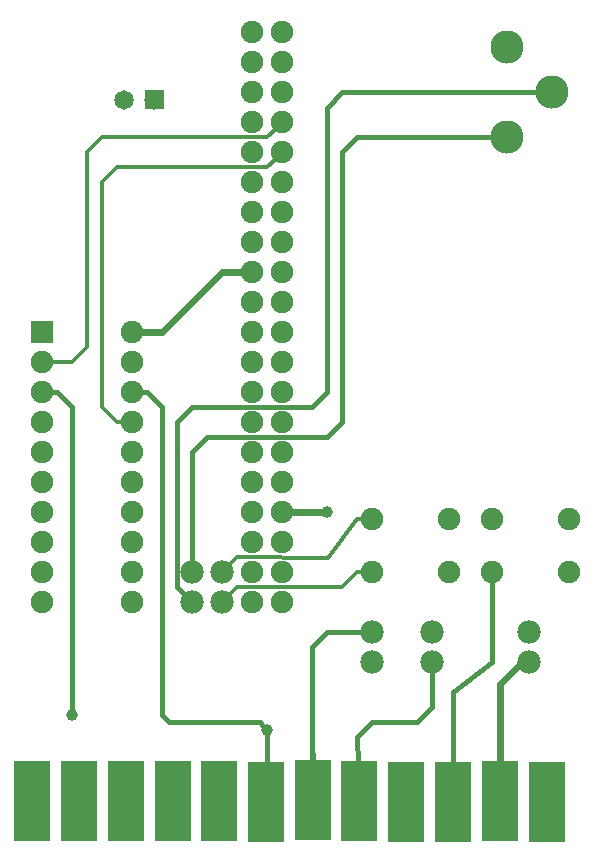
<source format=gtl>
G04 MADE WITH FRITZING*
G04 WWW.FRITZING.ORG*
G04 DOUBLE SIDED*
G04 HOLES PLATED*
G04 CONTOUR ON CENTER OF CONTOUR VECTOR*
%ASAXBY*%
%FSLAX23Y23*%
%MOIN*%
%OFA0B0*%
%SFA1.0B1.0*%
%ADD10C,0.075361*%
%ADD11C,0.039370*%
%ADD12C,0.075000*%
%ADD13C,0.110551*%
%ADD14C,0.078000*%
%ADD15C,0.065000*%
%ADD16R,0.075000X0.075000*%
%ADD17R,0.051181X0.141823*%
%ADD18R,0.119522X0.270594*%
%ADD19C,0.016000*%
%ADD20C,0.024000*%
%ADD21C,0.012000*%
%ADD22R,0.001000X0.001000*%
%LNCOPPER1*%
G90*
G70*
G54D10*
X988Y2708D03*
X988Y2608D03*
X988Y2508D03*
X988Y2408D03*
X988Y2308D03*
X988Y2208D03*
X988Y2108D03*
X988Y2008D03*
X988Y1908D03*
X988Y1808D03*
X988Y1708D03*
X988Y1608D03*
X988Y1508D03*
X988Y1408D03*
X988Y1308D03*
X988Y1208D03*
X988Y1108D03*
X988Y1008D03*
X988Y908D03*
X988Y808D03*
X1088Y808D03*
X1088Y908D03*
X1088Y1008D03*
X1088Y1108D03*
X1088Y1208D03*
X1088Y1308D03*
X1088Y1408D03*
X1088Y1508D03*
X1088Y1608D03*
X1088Y1708D03*
X1088Y1808D03*
X1088Y1908D03*
X1088Y2008D03*
X1088Y2108D03*
X1088Y2208D03*
X1088Y2308D03*
X1088Y2408D03*
X1088Y2508D03*
X1088Y2608D03*
X1088Y2708D03*
G54D11*
X388Y433D03*
G54D12*
X288Y1708D03*
X588Y1708D03*
X288Y1608D03*
X588Y1608D03*
X288Y1508D03*
X588Y1508D03*
X288Y1408D03*
X588Y1408D03*
X288Y1308D03*
X588Y1308D03*
X288Y1208D03*
X588Y1208D03*
X288Y1108D03*
X588Y1108D03*
X288Y1008D03*
X588Y1008D03*
X288Y908D03*
X588Y908D03*
X288Y808D03*
X588Y808D03*
G54D13*
X1988Y2508D03*
X1838Y2358D03*
X1838Y2658D03*
G54D14*
X1913Y708D03*
X1913Y608D03*
G54D12*
X2044Y908D03*
X1788Y908D03*
X2044Y1085D03*
X1788Y1085D03*
X1644Y908D03*
X1388Y908D03*
X1644Y1085D03*
X1388Y1085D03*
G54D14*
X1588Y708D03*
X1588Y608D03*
X1388Y708D03*
X1388Y608D03*
X888Y908D03*
X888Y808D03*
X788Y908D03*
X788Y808D03*
G54D11*
X1237Y1107D03*
G54D15*
X663Y2483D03*
X563Y2483D03*
X663Y2483D03*
X563Y2483D03*
G54D11*
X1038Y383D03*
G54D16*
X288Y1708D03*
G54D17*
X254Y142D03*
X1660Y132D03*
X1819Y132D03*
X1961Y132D03*
G54D18*
X255Y145D03*
X410Y144D03*
X567Y145D03*
X724Y144D03*
X879Y145D03*
X1035Y143D03*
X1191Y147D03*
X1346Y145D03*
X1816Y144D03*
X1503Y143D03*
X1659Y143D03*
X1970Y142D03*
G54D17*
X1039Y181D03*
X1188Y190D03*
X1346Y204D03*
G54D19*
X338Y1507D02*
X311Y1507D01*
D02*
X1188Y509D02*
X1188Y255D01*
D02*
X388Y446D02*
X388Y1457D01*
D02*
X388Y1457D02*
X338Y1507D01*
D02*
X1789Y608D02*
X1659Y509D01*
D02*
X1788Y885D02*
X1789Y608D01*
D02*
X1659Y509D02*
X1659Y273D01*
D02*
X1188Y658D02*
X1188Y509D01*
D02*
X1238Y708D02*
X1188Y658D01*
D02*
X1387Y409D02*
X1337Y359D01*
D02*
X1539Y409D02*
X1387Y409D01*
D02*
X1589Y458D02*
X1539Y409D01*
D02*
X1589Y583D02*
X1589Y458D01*
D02*
X1337Y359D02*
X1342Y269D01*
D02*
X1364Y708D02*
X1238Y708D01*
D02*
X738Y857D02*
X771Y825D01*
D02*
X713Y407D02*
X689Y432D01*
D02*
X1014Y407D02*
X713Y407D01*
D02*
X1029Y392D02*
X1014Y407D01*
D02*
X689Y432D02*
X689Y1457D01*
D02*
X689Y1457D02*
X638Y1508D01*
D02*
X1039Y246D02*
X1038Y369D01*
D02*
X638Y1508D02*
X611Y1508D01*
G54D20*
D02*
X689Y1707D02*
X887Y1908D01*
D02*
X617Y1707D02*
X689Y1707D01*
D02*
X887Y1908D02*
X957Y1908D01*
G54D21*
D02*
X1339Y908D02*
X1288Y858D01*
D02*
X1339Y1085D02*
X1240Y956D01*
D02*
X1240Y956D02*
X938Y958D01*
D02*
X1365Y1085D02*
X1339Y1085D01*
D02*
X938Y958D02*
X906Y925D01*
D02*
X1288Y858D02*
X938Y858D01*
D02*
X1365Y908D02*
X1339Y908D01*
D02*
X938Y858D02*
X906Y825D01*
G54D19*
D02*
X1288Y2508D02*
X1239Y2456D01*
D02*
X1189Y1458D02*
X787Y1459D01*
D02*
X1239Y1357D02*
X839Y1357D01*
D02*
X1337Y2357D02*
X1289Y2309D01*
D02*
X1289Y2309D02*
X1289Y1408D01*
D02*
X1239Y2456D02*
X1239Y1508D01*
D02*
X839Y1357D02*
X788Y1307D01*
D02*
X1289Y1408D02*
X1239Y1357D01*
D02*
X788Y1307D02*
X789Y1007D01*
D02*
X1239Y1508D02*
X1189Y1458D01*
D02*
X787Y1459D02*
X739Y1408D01*
D02*
X739Y1408D02*
X738Y857D01*
D02*
X1938Y2508D02*
X1288Y2508D01*
D02*
X1787Y2358D02*
X1337Y2357D01*
D02*
X789Y1007D02*
X789Y932D01*
G54D20*
D02*
X1816Y274D02*
X1816Y535D01*
G54D19*
D02*
X1188Y190D02*
X1191Y301D01*
D02*
X1188Y193D02*
X1191Y147D01*
D02*
X1191Y300D02*
X1188Y193D01*
G54D20*
D02*
X1188Y190D02*
X1191Y147D01*
D02*
X254Y142D02*
X255Y145D01*
D02*
X1961Y132D02*
X1970Y142D01*
D02*
X1659Y143D02*
X1660Y132D01*
D02*
X1819Y132D02*
X1816Y144D01*
D02*
X1888Y607D02*
X1883Y607D01*
D02*
X1816Y535D02*
X1888Y607D01*
D02*
X1120Y1107D02*
X1218Y1107D01*
G54D21*
D02*
X438Y1658D02*
X439Y2307D01*
D02*
X439Y2307D02*
X488Y2359D01*
D02*
X389Y1607D02*
X438Y1658D01*
D02*
X488Y2359D02*
X1038Y2359D01*
D02*
X311Y1607D02*
X389Y1607D01*
D02*
X1038Y2359D02*
X1070Y2389D01*
D02*
X488Y1458D02*
X488Y2208D01*
D02*
X488Y2208D02*
X538Y2257D01*
D02*
X539Y1407D02*
X488Y1458D01*
D02*
X538Y2257D02*
X1038Y2257D01*
D02*
X565Y1407D02*
X539Y1407D01*
D02*
X1038Y2257D02*
X1070Y2289D01*
G54D22*
X631Y2515D02*
X695Y2515D01*
X631Y2514D02*
X695Y2514D01*
X631Y2513D02*
X695Y2513D01*
X631Y2512D02*
X695Y2512D01*
X631Y2511D02*
X695Y2511D01*
X631Y2510D02*
X695Y2510D01*
X631Y2509D02*
X695Y2509D01*
X631Y2508D02*
X695Y2508D01*
X631Y2507D02*
X695Y2507D01*
X631Y2506D02*
X695Y2506D01*
X631Y2505D02*
X695Y2505D01*
X631Y2504D02*
X695Y2504D01*
X631Y2503D02*
X695Y2503D01*
X631Y2502D02*
X695Y2502D01*
X631Y2501D02*
X695Y2501D01*
X631Y2500D02*
X695Y2500D01*
X631Y2499D02*
X695Y2499D01*
X631Y2498D02*
X695Y2498D01*
X631Y2497D02*
X662Y2497D01*
X664Y2497D02*
X695Y2497D01*
X631Y2496D02*
X657Y2496D01*
X668Y2496D02*
X695Y2496D01*
X631Y2495D02*
X655Y2495D01*
X670Y2495D02*
X695Y2495D01*
X631Y2494D02*
X654Y2494D01*
X672Y2494D02*
X695Y2494D01*
X631Y2493D02*
X653Y2493D01*
X673Y2493D02*
X695Y2493D01*
X631Y2492D02*
X652Y2492D01*
X674Y2492D02*
X695Y2492D01*
X631Y2491D02*
X651Y2491D01*
X675Y2491D02*
X695Y2491D01*
X631Y2490D02*
X650Y2490D01*
X675Y2490D02*
X695Y2490D01*
X631Y2489D02*
X650Y2489D01*
X676Y2489D02*
X695Y2489D01*
X631Y2488D02*
X649Y2488D01*
X676Y2488D02*
X695Y2488D01*
X631Y2487D02*
X649Y2487D01*
X676Y2487D02*
X695Y2487D01*
X631Y2486D02*
X649Y2486D01*
X677Y2486D02*
X695Y2486D01*
X631Y2485D02*
X649Y2485D01*
X677Y2485D02*
X695Y2485D01*
X631Y2484D02*
X649Y2484D01*
X677Y2484D02*
X695Y2484D01*
X631Y2483D02*
X649Y2483D01*
X677Y2483D02*
X695Y2483D01*
X631Y2482D02*
X649Y2482D01*
X677Y2482D02*
X695Y2482D01*
X631Y2481D02*
X649Y2481D01*
X677Y2481D02*
X695Y2481D01*
X631Y2480D02*
X649Y2480D01*
X677Y2480D02*
X695Y2480D01*
X631Y2479D02*
X649Y2479D01*
X676Y2479D02*
X695Y2479D01*
X631Y2478D02*
X650Y2478D01*
X676Y2478D02*
X695Y2478D01*
X631Y2477D02*
X650Y2477D01*
X675Y2477D02*
X695Y2477D01*
X631Y2476D02*
X651Y2476D01*
X675Y2476D02*
X695Y2476D01*
X631Y2475D02*
X651Y2475D01*
X674Y2475D02*
X695Y2475D01*
X631Y2474D02*
X652Y2474D01*
X673Y2474D02*
X695Y2474D01*
X631Y2473D02*
X653Y2473D01*
X672Y2473D02*
X695Y2473D01*
X631Y2472D02*
X654Y2472D01*
X671Y2472D02*
X695Y2472D01*
X631Y2471D02*
X656Y2471D01*
X669Y2471D02*
X695Y2471D01*
X631Y2470D02*
X659Y2470D01*
X667Y2470D02*
X695Y2470D01*
X631Y2469D02*
X695Y2469D01*
X631Y2468D02*
X695Y2468D01*
X631Y2467D02*
X695Y2467D01*
X631Y2466D02*
X695Y2466D01*
X631Y2465D02*
X695Y2465D01*
X631Y2464D02*
X695Y2464D01*
X631Y2463D02*
X695Y2463D01*
X631Y2462D02*
X695Y2462D01*
X631Y2461D02*
X695Y2461D01*
X631Y2460D02*
X695Y2460D01*
X631Y2459D02*
X695Y2459D01*
X631Y2458D02*
X695Y2458D01*
X631Y2457D02*
X695Y2457D01*
X631Y2456D02*
X695Y2456D01*
X631Y2455D02*
X695Y2455D01*
X631Y2454D02*
X695Y2454D01*
X631Y2453D02*
X695Y2453D01*
X631Y2452D02*
X695Y2452D01*
X631Y2451D02*
X695Y2451D01*
D02*
G04 End of Copper1*
M02*
</source>
